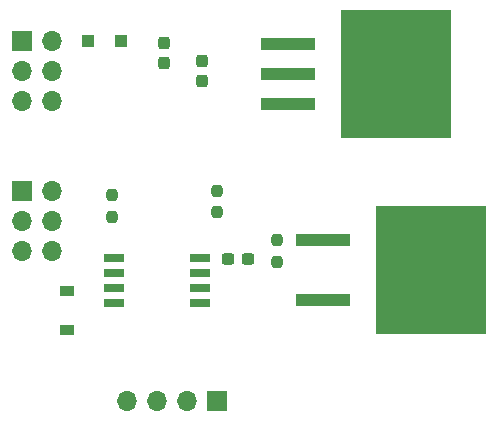
<source format=gbr>
%TF.GenerationSoftware,KiCad,Pcbnew,(6.0.4)*%
%TF.CreationDate,2023-01-02T17:26:25-06:00*%
%TF.ProjectId,FordOilPressure,466f7264-4f69-46c5-9072-657373757265,rev?*%
%TF.SameCoordinates,Original*%
%TF.FileFunction,Soldermask,Top*%
%TF.FilePolarity,Negative*%
%FSLAX46Y46*%
G04 Gerber Fmt 4.6, Leading zero omitted, Abs format (unit mm)*
G04 Created by KiCad (PCBNEW (6.0.4)) date 2023-01-02 17:26:25*
%MOMM*%
%LPD*%
G01*
G04 APERTURE LIST*
G04 Aperture macros list*
%AMRoundRect*
0 Rectangle with rounded corners*
0 $1 Rounding radius*
0 $2 $3 $4 $5 $6 $7 $8 $9 X,Y pos of 4 corners*
0 Add a 4 corners polygon primitive as box body*
4,1,4,$2,$3,$4,$5,$6,$7,$8,$9,$2,$3,0*
0 Add four circle primitives for the rounded corners*
1,1,$1+$1,$2,$3*
1,1,$1+$1,$4,$5*
1,1,$1+$1,$6,$7*
1,1,$1+$1,$8,$9*
0 Add four rect primitives between the rounded corners*
20,1,$1+$1,$2,$3,$4,$5,0*
20,1,$1+$1,$4,$5,$6,$7,0*
20,1,$1+$1,$6,$7,$8,$9,0*
20,1,$1+$1,$8,$9,$2,$3,0*%
G04 Aperture macros list end*
%ADD10R,4.600000X1.100000*%
%ADD11R,9.400000X10.800000*%
%ADD12RoundRect,0.237500X-0.237500X0.250000X-0.237500X-0.250000X0.237500X-0.250000X0.237500X0.250000X0*%
%ADD13R,1.200000X0.900000*%
%ADD14RoundRect,0.237500X-0.237500X0.300000X-0.237500X-0.300000X0.237500X-0.300000X0.237500X0.300000X0*%
%ADD15R,1.700000X0.650000*%
%ADD16R,1.700000X1.700000*%
%ADD17O,1.700000X1.700000*%
%ADD18R,1.100000X1.100000*%
%ADD19RoundRect,0.237500X-0.300000X-0.237500X0.300000X-0.237500X0.300000X0.237500X-0.300000X0.237500X0*%
%ADD20RoundRect,0.237500X0.237500X-0.250000X0.237500X0.250000X-0.237500X0.250000X-0.237500X-0.250000X0*%
%ADD21RoundRect,0.237500X0.237500X-0.300000X0.237500X0.300000X-0.237500X0.300000X-0.237500X-0.300000X0*%
G04 APERTURE END LIST*
D10*
%TO.C,Q1*%
X43245701Y-32107932D03*
D11*
X52395701Y-34647932D03*
D10*
X43245701Y-37187932D03*
%TD*%
D12*
%TO.C,R3*%
X25400000Y-28297500D03*
X25400000Y-30122500D03*
%TD*%
D13*
%TO.C,D2*%
X21590000Y-39750000D03*
X21590000Y-36450000D03*
%TD*%
D14*
%TO.C,C1*%
X29822425Y-15379603D03*
X29822425Y-17104603D03*
%TD*%
D10*
%TO.C,U2*%
X40265000Y-15475000D03*
D11*
X49415000Y-18015000D03*
D10*
X40265000Y-18015000D03*
X40265000Y-20555000D03*
%TD*%
D15*
%TO.C,U1*%
X25560000Y-33655000D03*
X25560000Y-34925000D03*
X25560000Y-36195000D03*
X25560000Y-37465000D03*
X32860000Y-37465000D03*
X32860000Y-36195000D03*
X32860000Y-34925000D03*
X32860000Y-33655000D03*
%TD*%
D16*
%TO.C,J2*%
X17775000Y-27955000D03*
D17*
X20315000Y-27955000D03*
X17775000Y-30495000D03*
X20315000Y-30495000D03*
X17775000Y-33035000D03*
X20315000Y-33035000D03*
%TD*%
D16*
%TO.C,J1*%
X17775000Y-15255000D03*
D17*
X20315000Y-15255000D03*
X17775000Y-17795000D03*
X20315000Y-17795000D03*
X17775000Y-20335000D03*
X20315000Y-20335000D03*
%TD*%
D18*
%TO.C,D1*%
X23403638Y-15239999D03*
X26203638Y-15239999D03*
%TD*%
D19*
%TO.C,C2*%
X35196968Y-33685044D03*
X36921968Y-33685044D03*
%TD*%
D20*
%TO.C,R2*%
X34290000Y-27940000D03*
X34290000Y-29765000D03*
%TD*%
D12*
%TO.C,R1*%
X39370000Y-32107500D03*
X39370000Y-33932500D03*
%TD*%
D17*
%TO.C,J3*%
X26660000Y-45720000D03*
X29200000Y-45720000D03*
X31740000Y-45720000D03*
D16*
X34280000Y-45720000D03*
%TD*%
D21*
%TO.C,C3*%
X33020000Y-16917500D03*
X33020000Y-18642500D03*
%TD*%
M02*

</source>
